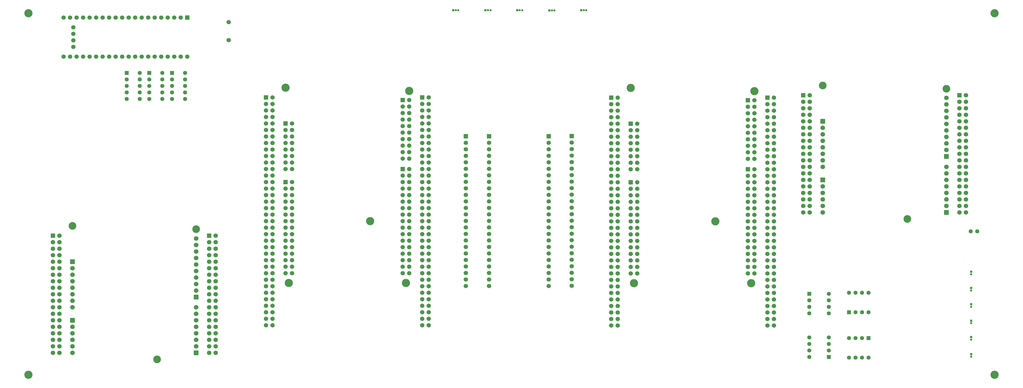
<source format=gbr>
%TF.GenerationSoftware,KiCad,Pcbnew,9.0.2+dfsg-1*%
%TF.CreationDate,2025-06-27T22:52:18-07:00*%
%TF.ProjectId,signalmesh,7369676e-616c-46d6-9573-682e6b696361,rev?*%
%TF.SameCoordinates,Original*%
%TF.FileFunction,Soldermask,Bot*%
%TF.FilePolarity,Negative*%
%FSLAX46Y46*%
G04 Gerber Fmt 4.6, Leading zero omitted, Abs format (unit mm)*
G04 Created by KiCad (PCBNEW 9.0.2+dfsg-1) date 2025-06-27 22:52:18*
%MOMM*%
%LPD*%
G01*
G04 APERTURE LIST*
G04 Aperture macros list*
%AMRoundRect*
0 Rectangle with rounded corners*
0 $1 Rounding radius*
0 $2 $3 $4 $5 $6 $7 $8 $9 X,Y pos of 4 corners*
0 Add a 4 corners polygon primitive as box body*
4,1,4,$2,$3,$4,$5,$6,$7,$8,$9,$2,$3,0*
0 Add four circle primitives for the rounded corners*
1,1,$1+$1,$2,$3*
1,1,$1+$1,$4,$5*
1,1,$1+$1,$6,$7*
1,1,$1+$1,$8,$9*
0 Add four rect primitives between the rounded corners*
20,1,$1+$1,$2,$3,$4,$5,0*
20,1,$1+$1,$4,$5,$6,$7,0*
20,1,$1+$1,$6,$7,$8,$9,0*
20,1,$1+$1,$8,$9,$2,$3,0*%
G04 Aperture macros list end*
%ADD10C,3.200000*%
%ADD11RoundRect,0.102000X-0.754000X-0.754000X0.754000X-0.754000X0.754000X0.754000X-0.754000X0.754000X0*%
%ADD12C,1.712000*%
%ADD13C,3.000000*%
%ADD14RoundRect,0.102000X-0.802500X-0.802500X0.802500X-0.802500X0.802500X0.802500X-0.802500X0.802500X0*%
%ADD15C,1.809000*%
%ADD16RoundRect,0.102000X-0.765000X-0.765000X0.765000X-0.765000X0.765000X0.765000X-0.765000X0.765000X0*%
%ADD17C,1.734000*%
%ADD18R,1.700000X1.700000*%
%ADD19C,1.700000*%
%ADD20R,0.850000X0.850000*%
%ADD21C,0.850000*%
%ADD22R,1.600000X1.600000*%
%ADD23C,1.600000*%
%ADD24RoundRect,0.250000X0.550000X0.550000X-0.550000X0.550000X-0.550000X-0.550000X0.550000X-0.550000X0*%
%ADD25RoundRect,0.250000X-0.550000X-0.550000X0.550000X-0.550000X0.550000X0.550000X-0.550000X0.550000X0*%
%ADD26RoundRect,0.250000X-0.550000X0.550000X-0.550000X-0.550000X0.550000X-0.550000X0.550000X0.550000X0*%
%ADD27RoundRect,0.250000X0.550000X-0.550000X0.550000X0.550000X-0.550000X0.550000X-0.550000X-0.550000X0*%
G04 APERTURE END LIST*
D10*
%TO.C,U17*%
X424000000Y-84070000D03*
X425270000Y-160270000D03*
X457020000Y-136140000D03*
X470990000Y-160270000D03*
X472260000Y-85340000D03*
D11*
X469720000Y-88896000D03*
D12*
X472260000Y-88896000D03*
X469720000Y-91436000D03*
X472260000Y-91436000D03*
X469720000Y-93976000D03*
X472260000Y-93976000D03*
X469720000Y-96516000D03*
X472260000Y-96516000D03*
X469720000Y-99056000D03*
X472260000Y-99056000D03*
X469720000Y-101596000D03*
X472260000Y-101596000D03*
X469720000Y-104136000D03*
X472260000Y-104136000D03*
X469720000Y-106676000D03*
X472260000Y-106676000D03*
X469720000Y-109216000D03*
X472260000Y-109216000D03*
X469720000Y-111756000D03*
X472260000Y-111756000D03*
D11*
X424000000Y-98040000D03*
D12*
X426540000Y-98040000D03*
X424000000Y-100580000D03*
X426540000Y-100580000D03*
X424000000Y-103120000D03*
X426540000Y-103120000D03*
X424000000Y-105660000D03*
X426540000Y-105660000D03*
X424000000Y-108200000D03*
X426540000Y-108200000D03*
X424000000Y-110740000D03*
X426540000Y-110740000D03*
X424000000Y-113280000D03*
X426540000Y-113280000D03*
X424000000Y-115820000D03*
X426540000Y-115820000D03*
D11*
X424000000Y-120900000D03*
D12*
X426540000Y-120900000D03*
X424000000Y-123440000D03*
X426540000Y-123440000D03*
X424000000Y-125980000D03*
X426540000Y-125980000D03*
X424000000Y-128520000D03*
X426540000Y-128520000D03*
X424000000Y-131060000D03*
X426540000Y-131060000D03*
X424000000Y-133600000D03*
X426540000Y-133600000D03*
X424000000Y-136140000D03*
X426540000Y-136140000D03*
X424000000Y-138680000D03*
X426540000Y-138680000D03*
X424000000Y-141220000D03*
X426540000Y-141220000D03*
X424000000Y-143760000D03*
X426540000Y-143760000D03*
X424000000Y-146300000D03*
X426540000Y-146300000D03*
X424000000Y-148840000D03*
X426540000Y-148840000D03*
X424000000Y-151380000D03*
X426540000Y-151380000D03*
X424000000Y-153920000D03*
X426540000Y-153920000D03*
X424000000Y-156460000D03*
X426540000Y-156460000D03*
D11*
X469720000Y-115820000D03*
D12*
X472260000Y-115820000D03*
X469720000Y-118360000D03*
X472260000Y-118360000D03*
X469720000Y-120900000D03*
X472260000Y-120900000D03*
X469720000Y-123440000D03*
X472260000Y-123440000D03*
X469720000Y-125980000D03*
X472260000Y-125980000D03*
X469720000Y-128520000D03*
X472260000Y-128520000D03*
X469720000Y-131060000D03*
X472260000Y-131060000D03*
X469720000Y-133600000D03*
X472260000Y-133600000D03*
X469720000Y-136140000D03*
X472260000Y-136140000D03*
X469720000Y-138680000D03*
X472260000Y-138680000D03*
X469720000Y-141220000D03*
X472260000Y-141220000D03*
X469720000Y-143760000D03*
X472260000Y-143760000D03*
X469720000Y-146300000D03*
X472260000Y-146300000D03*
X469720000Y-148840000D03*
X472260000Y-148840000D03*
X469720000Y-151380000D03*
X472260000Y-151380000D03*
X469720000Y-153920000D03*
X472260000Y-153920000D03*
X469720000Y-156460000D03*
X472260000Y-156460000D03*
D11*
X416380000Y-87880000D03*
D12*
X418920000Y-87880000D03*
X416380000Y-90420000D03*
X418920000Y-90420000D03*
X416380000Y-92960000D03*
X418920000Y-92960000D03*
X416380000Y-95500000D03*
X418920000Y-95500000D03*
X416380000Y-98040000D03*
X418920000Y-98040000D03*
X416380000Y-100580000D03*
X418920000Y-100580000D03*
X416380000Y-103120000D03*
X418920000Y-103120000D03*
X416380000Y-105660000D03*
X418920000Y-105660000D03*
X416380000Y-108200000D03*
X418920000Y-108200000D03*
X416380000Y-110740000D03*
X418920000Y-110740000D03*
X416380000Y-113280000D03*
X418920000Y-113280000D03*
X416380000Y-115820000D03*
X418920000Y-115820000D03*
X416380000Y-118360000D03*
X418920000Y-118360000D03*
X416380000Y-120900000D03*
X418920000Y-120900000D03*
X416380000Y-123440000D03*
X418920000Y-123440000D03*
X416380000Y-125980000D03*
X418920000Y-125980000D03*
X416380000Y-128520000D03*
X418920000Y-128520000D03*
X416380000Y-131060000D03*
X418920000Y-131060000D03*
X416380000Y-133600000D03*
X418920000Y-133600000D03*
X416380000Y-136140000D03*
X418920000Y-136140000D03*
X416380000Y-138680000D03*
X418920000Y-138680000D03*
X416380000Y-141220000D03*
X418920000Y-141220000D03*
X416380000Y-143760000D03*
X418920000Y-143760000D03*
X416380000Y-146300000D03*
X418920000Y-146300000D03*
X416380000Y-148840000D03*
X418920000Y-148840000D03*
X416380000Y-151380000D03*
X418920000Y-151380000D03*
X416380000Y-153920000D03*
X418920000Y-153920000D03*
X416380000Y-156460000D03*
X418920000Y-156460000D03*
X416380000Y-159000000D03*
X418920000Y-159000000D03*
X416380000Y-161540000D03*
X418920000Y-161540000D03*
X416380000Y-164080000D03*
X418920000Y-164080000D03*
X416380000Y-166620000D03*
X418920000Y-166620000D03*
X416380000Y-169160000D03*
X418920000Y-169160000D03*
X416380000Y-171700000D03*
X418920000Y-171700000D03*
X416380000Y-174240000D03*
X418920000Y-174240000D03*
X416380000Y-176780000D03*
X418920000Y-176780000D03*
D11*
X477340000Y-87900000D03*
D12*
X479880000Y-87900000D03*
X477340000Y-90440000D03*
X479880000Y-90440000D03*
X477340000Y-92980000D03*
X479880000Y-92980000D03*
X477340000Y-95520000D03*
X479880000Y-95520000D03*
X477340000Y-98060000D03*
X479880000Y-98060000D03*
X477340000Y-100600000D03*
X479880000Y-100600000D03*
X477340000Y-103140000D03*
X479880000Y-103140000D03*
X477340000Y-105680000D03*
X479880000Y-105680000D03*
X477340000Y-108220000D03*
X479880000Y-108220000D03*
X477340000Y-110760000D03*
X479880000Y-110760000D03*
X477340000Y-113300000D03*
X479880000Y-113300000D03*
X477340000Y-115840000D03*
X479880000Y-115840000D03*
X477340000Y-118380000D03*
X479880000Y-118380000D03*
X477340000Y-120920000D03*
X479880000Y-120920000D03*
X477340000Y-123460000D03*
X479880000Y-123460000D03*
X477340000Y-126000000D03*
X479880000Y-126000000D03*
X477340000Y-128540000D03*
X479880000Y-128540000D03*
X477340000Y-131080000D03*
X479880000Y-131080000D03*
X477340000Y-133620000D03*
X479880000Y-133620000D03*
X477340000Y-136160000D03*
X479880000Y-136160000D03*
X477340000Y-138700000D03*
X479880000Y-138700000D03*
X477340000Y-141240000D03*
X479880000Y-141240000D03*
X477340000Y-143780000D03*
X479880000Y-143780000D03*
X477340000Y-146320000D03*
X479880000Y-146320000D03*
X477340000Y-148860000D03*
X479880000Y-148860000D03*
X477340000Y-151400000D03*
X479880000Y-151400000D03*
X477340000Y-153940000D03*
X479880000Y-153940000D03*
X477340000Y-156480000D03*
X479880000Y-156480000D03*
X477340000Y-159020000D03*
X479880000Y-159020000D03*
X477340000Y-161560000D03*
X479880000Y-161560000D03*
X477340000Y-164100000D03*
X479880000Y-164100000D03*
X477340000Y-166640000D03*
X479880000Y-166640000D03*
X477340000Y-169180000D03*
X479880000Y-169180000D03*
X477340000Y-171720000D03*
X479880000Y-171720000D03*
X477340000Y-174260000D03*
X479880000Y-174260000D03*
X477340000Y-176800000D03*
X479880000Y-176800000D03*
%TD*%
D13*
%TO.C,U9*%
X498980000Y-83190000D03*
X532000000Y-135260000D03*
X547240000Y-84460000D03*
D14*
X547240000Y-110880000D03*
D15*
X547240000Y-108340000D03*
X547240000Y-105800000D03*
X547240000Y-103260000D03*
X547240000Y-100720000D03*
X547240000Y-98180000D03*
X547240000Y-95640000D03*
X547240000Y-93100000D03*
X547240000Y-90560000D03*
X547240000Y-88020000D03*
D14*
X498980000Y-97160000D03*
D15*
X498980000Y-99700000D03*
X498980000Y-102240000D03*
X498980000Y-104780000D03*
X498980000Y-107320000D03*
X498980000Y-109860000D03*
X498980000Y-112400000D03*
X498980000Y-114940000D03*
D16*
X491360000Y-87000000D03*
D17*
X493900000Y-87000000D03*
X491360000Y-89540000D03*
X493900000Y-89540000D03*
X491360000Y-92080000D03*
X493900000Y-92080000D03*
X491360000Y-94620000D03*
X493900000Y-94620000D03*
X491360000Y-97160000D03*
X493900000Y-97160000D03*
X491360000Y-99700000D03*
X493900000Y-99700000D03*
X491360000Y-102240000D03*
X493900000Y-102240000D03*
X491360000Y-104780000D03*
X493900000Y-104780000D03*
X491360000Y-107320000D03*
X493900000Y-107320000D03*
X491360000Y-109860000D03*
X493900000Y-109860000D03*
X491360000Y-112400000D03*
X493900000Y-112400000D03*
X491360000Y-114940000D03*
X493900000Y-114940000D03*
X491360000Y-117480000D03*
X493900000Y-117480000D03*
X491360000Y-120020000D03*
X493900000Y-120020000D03*
X491360000Y-122560000D03*
X493900000Y-122560000D03*
X491360000Y-125100000D03*
X493900000Y-125100000D03*
X491360000Y-127640000D03*
X493900000Y-127640000D03*
X491360000Y-130180000D03*
X493900000Y-130180000D03*
X491360000Y-132720000D03*
X493900000Y-132720000D03*
D14*
X498980000Y-120020000D03*
D15*
X498980000Y-122560000D03*
X498980000Y-125100000D03*
X498980000Y-127640000D03*
X498980000Y-130180000D03*
X498980000Y-132720000D03*
D14*
X547240000Y-132720000D03*
D15*
X547240000Y-130180000D03*
X547240000Y-127640000D03*
X547240000Y-125100000D03*
X547240000Y-122560000D03*
X547240000Y-120020000D03*
X547240000Y-117480000D03*
X547240000Y-114940000D03*
D16*
X552320000Y-87000000D03*
D17*
X554860000Y-87000000D03*
X552320000Y-89540000D03*
X554860000Y-89540000D03*
X552320000Y-92080000D03*
X554860000Y-92080000D03*
X552320000Y-94620000D03*
X554860000Y-94620000D03*
X552320000Y-97160000D03*
X554860000Y-97160000D03*
X552320000Y-99700000D03*
X554860000Y-99700000D03*
X552320000Y-102240000D03*
X554860000Y-102240000D03*
X552320000Y-104780000D03*
X554860000Y-104780000D03*
X552320000Y-107320000D03*
X554860000Y-107320000D03*
X552320000Y-109860000D03*
X554860000Y-109860000D03*
X552320000Y-112400000D03*
X554860000Y-112400000D03*
X552320000Y-114940000D03*
X554860000Y-114940000D03*
X552320000Y-117480000D03*
X554860000Y-117480000D03*
X552320000Y-120020000D03*
X554860000Y-120020000D03*
X552320000Y-122560000D03*
X554860000Y-122560000D03*
X552320000Y-125100000D03*
X554860000Y-125100000D03*
X552320000Y-127640000D03*
X554860000Y-127640000D03*
X552320000Y-130180000D03*
X554860000Y-130180000D03*
X552320000Y-132720000D03*
X554860000Y-132720000D03*
%TD*%
D18*
%TO.C,U4*%
X251000000Y-56660000D03*
D19*
X248460000Y-56660000D03*
X245920000Y-56660000D03*
X243380000Y-56660000D03*
X240840000Y-56660000D03*
X238300000Y-56660000D03*
X235760000Y-56660000D03*
X233220000Y-56660000D03*
X230680000Y-56660000D03*
X228140000Y-56660000D03*
X225600000Y-56660000D03*
X223060000Y-56660000D03*
X220520000Y-56660000D03*
X217980000Y-56660000D03*
X215440000Y-56660000D03*
X212900000Y-56660000D03*
X210360000Y-56660000D03*
X207820000Y-56660000D03*
X205280000Y-56660000D03*
X202740000Y-56660000D03*
X202740000Y-71900000D03*
X205280000Y-71900000D03*
X207820000Y-71900000D03*
X210360000Y-71900000D03*
X212900000Y-71900000D03*
X215440000Y-71900000D03*
X217980000Y-71900000D03*
X220520000Y-71900000D03*
X223060000Y-71900000D03*
X225600000Y-71900000D03*
X228140000Y-71900000D03*
X230680000Y-71900000D03*
X233220000Y-71900000D03*
X235760000Y-71900000D03*
X238300000Y-71900000D03*
X240840000Y-71900000D03*
X243380000Y-71900000D03*
X245920000Y-71900000D03*
X248460000Y-71900000D03*
X251000000Y-71900000D03*
X206551000Y-68092000D03*
X206551000Y-65552000D03*
X206551000Y-63012000D03*
X206551000Y-60472000D03*
%TD*%
D13*
%TO.C,U3*%
X206200000Y-138000000D03*
X239220000Y-190070000D03*
X254460000Y-139270000D03*
D14*
X254460000Y-165690000D03*
D15*
X254460000Y-163150000D03*
X254460000Y-160610000D03*
X254460000Y-158070000D03*
X254460000Y-155530000D03*
X254460000Y-152990000D03*
X254460000Y-150450000D03*
X254460000Y-147910000D03*
X254460000Y-145370000D03*
X254460000Y-142830000D03*
D14*
X206200000Y-151970000D03*
D15*
X206200000Y-154510000D03*
X206200000Y-157050000D03*
X206200000Y-159590000D03*
X206200000Y-162130000D03*
X206200000Y-164670000D03*
X206200000Y-167210000D03*
X206200000Y-169750000D03*
D16*
X198580000Y-141810000D03*
D17*
X201120000Y-141810000D03*
X198580000Y-144350000D03*
X201120000Y-144350000D03*
X198580000Y-146890000D03*
X201120000Y-146890000D03*
X198580000Y-149430000D03*
X201120000Y-149430000D03*
X198580000Y-151970000D03*
X201120000Y-151970000D03*
X198580000Y-154510000D03*
X201120000Y-154510000D03*
X198580000Y-157050000D03*
X201120000Y-157050000D03*
X198580000Y-159590000D03*
X201120000Y-159590000D03*
X198580000Y-162130000D03*
X201120000Y-162130000D03*
X198580000Y-164670000D03*
X201120000Y-164670000D03*
X198580000Y-167210000D03*
X201120000Y-167210000D03*
X198580000Y-169750000D03*
X201120000Y-169750000D03*
X198580000Y-172290000D03*
X201120000Y-172290000D03*
X198580000Y-174830000D03*
X201120000Y-174830000D03*
X198580000Y-177370000D03*
X201120000Y-177370000D03*
X198580000Y-179910000D03*
X201120000Y-179910000D03*
X198580000Y-182450000D03*
X201120000Y-182450000D03*
X198580000Y-184990000D03*
X201120000Y-184990000D03*
X198580000Y-187530000D03*
X201120000Y-187530000D03*
D14*
X206200000Y-174830000D03*
D15*
X206200000Y-177370000D03*
X206200000Y-179910000D03*
X206200000Y-182450000D03*
X206200000Y-184990000D03*
X206200000Y-187530000D03*
D14*
X254460000Y-187530000D03*
D15*
X254460000Y-184990000D03*
X254460000Y-182450000D03*
X254460000Y-179910000D03*
X254460000Y-177370000D03*
X254460000Y-174830000D03*
X254460000Y-172290000D03*
X254460000Y-169750000D03*
D16*
X259540000Y-141810000D03*
D17*
X262080000Y-141810000D03*
X259540000Y-144350000D03*
X262080000Y-144350000D03*
X259540000Y-146890000D03*
X262080000Y-146890000D03*
X259540000Y-149430000D03*
X262080000Y-149430000D03*
X259540000Y-151970000D03*
X262080000Y-151970000D03*
X259540000Y-154510000D03*
X262080000Y-154510000D03*
X259540000Y-157050000D03*
X262080000Y-157050000D03*
X259540000Y-159590000D03*
X262080000Y-159590000D03*
X259540000Y-162130000D03*
X262080000Y-162130000D03*
X259540000Y-164670000D03*
X262080000Y-164670000D03*
X259540000Y-167210000D03*
X262080000Y-167210000D03*
X259540000Y-169750000D03*
X262080000Y-169750000D03*
X259540000Y-172290000D03*
X262080000Y-172290000D03*
X259540000Y-174830000D03*
X262080000Y-174830000D03*
X259540000Y-177370000D03*
X262080000Y-177370000D03*
X259540000Y-179910000D03*
X262080000Y-179910000D03*
X259540000Y-182450000D03*
X262080000Y-182450000D03*
X259540000Y-184990000D03*
X262080000Y-184990000D03*
X259540000Y-187530000D03*
X262080000Y-187530000D03*
%TD*%
D10*
%TO.C,U1*%
X289280000Y-84000000D03*
X290550000Y-160200000D03*
X322300000Y-136070000D03*
X336270000Y-160200000D03*
X337540000Y-85270000D03*
D11*
X335000000Y-88826000D03*
D12*
X337540000Y-88826000D03*
X335000000Y-91366000D03*
X337540000Y-91366000D03*
X335000000Y-93906000D03*
X337540000Y-93906000D03*
X335000000Y-96446000D03*
X337540000Y-96446000D03*
X335000000Y-98986000D03*
X337540000Y-98986000D03*
X335000000Y-101526000D03*
X337540000Y-101526000D03*
X335000000Y-104066000D03*
X337540000Y-104066000D03*
X335000000Y-106606000D03*
X337540000Y-106606000D03*
X335000000Y-109146000D03*
X337540000Y-109146000D03*
X335000000Y-111686000D03*
X337540000Y-111686000D03*
D11*
X289280000Y-97970000D03*
D12*
X291820000Y-97970000D03*
X289280000Y-100510000D03*
X291820000Y-100510000D03*
X289280000Y-103050000D03*
X291820000Y-103050000D03*
X289280000Y-105590000D03*
X291820000Y-105590000D03*
X289280000Y-108130000D03*
X291820000Y-108130000D03*
X289280000Y-110670000D03*
X291820000Y-110670000D03*
X289280000Y-113210000D03*
X291820000Y-113210000D03*
X289280000Y-115750000D03*
X291820000Y-115750000D03*
D11*
X289280000Y-120830000D03*
D12*
X291820000Y-120830000D03*
X289280000Y-123370000D03*
X291820000Y-123370000D03*
X289280000Y-125910000D03*
X291820000Y-125910000D03*
X289280000Y-128450000D03*
X291820000Y-128450000D03*
X289280000Y-130990000D03*
X291820000Y-130990000D03*
X289280000Y-133530000D03*
X291820000Y-133530000D03*
X289280000Y-136070000D03*
X291820000Y-136070000D03*
X289280000Y-138610000D03*
X291820000Y-138610000D03*
X289280000Y-141150000D03*
X291820000Y-141150000D03*
X289280000Y-143690000D03*
X291820000Y-143690000D03*
X289280000Y-146230000D03*
X291820000Y-146230000D03*
X289280000Y-148770000D03*
X291820000Y-148770000D03*
X289280000Y-151310000D03*
X291820000Y-151310000D03*
X289280000Y-153850000D03*
X291820000Y-153850000D03*
X289280000Y-156390000D03*
X291820000Y-156390000D03*
D11*
X335000000Y-115750000D03*
D12*
X337540000Y-115750000D03*
X335000000Y-118290000D03*
X337540000Y-118290000D03*
X335000000Y-120830000D03*
X337540000Y-120830000D03*
X335000000Y-123370000D03*
X337540000Y-123370000D03*
X335000000Y-125910000D03*
X337540000Y-125910000D03*
X335000000Y-128450000D03*
X337540000Y-128450000D03*
X335000000Y-130990000D03*
X337540000Y-130990000D03*
X335000000Y-133530000D03*
X337540000Y-133530000D03*
X335000000Y-136070000D03*
X337540000Y-136070000D03*
X335000000Y-138610000D03*
X337540000Y-138610000D03*
X335000000Y-141150000D03*
X337540000Y-141150000D03*
X335000000Y-143690000D03*
X337540000Y-143690000D03*
X335000000Y-146230000D03*
X337540000Y-146230000D03*
X335000000Y-148770000D03*
X337540000Y-148770000D03*
X335000000Y-151310000D03*
X337540000Y-151310000D03*
X335000000Y-153850000D03*
X337540000Y-153850000D03*
X335000000Y-156390000D03*
X337540000Y-156390000D03*
D11*
X281660000Y-87810000D03*
D12*
X284200000Y-87810000D03*
X281660000Y-90350000D03*
X284200000Y-90350000D03*
X281660000Y-92890000D03*
X284200000Y-92890000D03*
X281660000Y-95430000D03*
X284200000Y-95430000D03*
X281660000Y-97970000D03*
X284200000Y-97970000D03*
X281660000Y-100510000D03*
X284200000Y-100510000D03*
X281660000Y-103050000D03*
X284200000Y-103050000D03*
X281660000Y-105590000D03*
X284200000Y-105590000D03*
X281660000Y-108130000D03*
X284200000Y-108130000D03*
X281660000Y-110670000D03*
X284200000Y-110670000D03*
X281660000Y-113210000D03*
X284200000Y-113210000D03*
X281660000Y-115750000D03*
X284200000Y-115750000D03*
X281660000Y-118290000D03*
X284200000Y-118290000D03*
X281660000Y-120830000D03*
X284200000Y-120830000D03*
X281660000Y-123370000D03*
X284200000Y-123370000D03*
X281660000Y-125910000D03*
X284200000Y-125910000D03*
X281660000Y-128450000D03*
X284200000Y-128450000D03*
X281660000Y-130990000D03*
X284200000Y-130990000D03*
X281660000Y-133530000D03*
X284200000Y-133530000D03*
X281660000Y-136070000D03*
X284200000Y-136070000D03*
X281660000Y-138610000D03*
X284200000Y-138610000D03*
X281660000Y-141150000D03*
X284200000Y-141150000D03*
X281660000Y-143690000D03*
X284200000Y-143690000D03*
X281660000Y-146230000D03*
X284200000Y-146230000D03*
X281660000Y-148770000D03*
X284200000Y-148770000D03*
X281660000Y-151310000D03*
X284200000Y-151310000D03*
X281660000Y-153850000D03*
X284200000Y-153850000D03*
X281660000Y-156390000D03*
X284200000Y-156390000D03*
X281660000Y-158930000D03*
X284200000Y-158930000D03*
X281660000Y-161470000D03*
X284200000Y-161470000D03*
X281660000Y-164010000D03*
X284200000Y-164010000D03*
X281660000Y-166550000D03*
X284200000Y-166550000D03*
X281660000Y-169090000D03*
X284200000Y-169090000D03*
X281660000Y-171630000D03*
X284200000Y-171630000D03*
X281660000Y-174170000D03*
X284200000Y-174170000D03*
X281660000Y-176710000D03*
X284200000Y-176710000D03*
D11*
X342620000Y-87830000D03*
D12*
X345160000Y-87830000D03*
X342620000Y-90370000D03*
X345160000Y-90370000D03*
X342620000Y-92910000D03*
X345160000Y-92910000D03*
X342620000Y-95450000D03*
X345160000Y-95450000D03*
X342620000Y-97990000D03*
X345160000Y-97990000D03*
X342620000Y-100530000D03*
X345160000Y-100530000D03*
X342620000Y-103070000D03*
X345160000Y-103070000D03*
X342620000Y-105610000D03*
X345160000Y-105610000D03*
X342620000Y-108150000D03*
X345160000Y-108150000D03*
X342620000Y-110690000D03*
X345160000Y-110690000D03*
X342620000Y-113230000D03*
X345160000Y-113230000D03*
X342620000Y-115770000D03*
X345160000Y-115770000D03*
X342620000Y-118310000D03*
X345160000Y-118310000D03*
X342620000Y-120850000D03*
X345160000Y-120850000D03*
X342620000Y-123390000D03*
X345160000Y-123390000D03*
X342620000Y-125930000D03*
X345160000Y-125930000D03*
X342620000Y-128470000D03*
X345160000Y-128470000D03*
X342620000Y-131010000D03*
X345160000Y-131010000D03*
X342620000Y-133550000D03*
X345160000Y-133550000D03*
X342620000Y-136090000D03*
X345160000Y-136090000D03*
X342620000Y-138630000D03*
X345160000Y-138630000D03*
X342620000Y-141170000D03*
X345160000Y-141170000D03*
X342620000Y-143710000D03*
X345160000Y-143710000D03*
X342620000Y-146250000D03*
X345160000Y-146250000D03*
X342620000Y-148790000D03*
X345160000Y-148790000D03*
X342620000Y-151330000D03*
X345160000Y-151330000D03*
X342620000Y-153870000D03*
X345160000Y-153870000D03*
X342620000Y-156410000D03*
X345160000Y-156410000D03*
X342620000Y-158950000D03*
X345160000Y-158950000D03*
X342620000Y-161490000D03*
X345160000Y-161490000D03*
X342620000Y-164030000D03*
X345160000Y-164030000D03*
X342620000Y-166570000D03*
X345160000Y-166570000D03*
X342620000Y-169110000D03*
X345160000Y-169110000D03*
X342620000Y-171650000D03*
X345160000Y-171650000D03*
X342620000Y-174190000D03*
X345160000Y-174190000D03*
X342620000Y-176730000D03*
X345160000Y-176730000D03*
%TD*%
D19*
%TO.C,J19*%
X267100000Y-58500000D03*
X267100000Y-65500000D03*
%TD*%
D10*
%TO.C,H6*%
X566000000Y-196000000D03*
%TD*%
%TO.C,H5*%
X566000000Y-55000000D03*
%TD*%
%TO.C,H2*%
X189000000Y-55000000D03*
%TD*%
%TO.C,H1*%
X189000000Y-196000000D03*
%TD*%
D20*
%TO.C,J15*%
X556825000Y-188000000D03*
D21*
X556825000Y-189000000D03*
%TD*%
D22*
%TO.C,U18*%
X227350000Y-78250000D03*
D23*
X227350000Y-80790000D03*
X227350000Y-83330000D03*
X227350000Y-85870000D03*
X227350000Y-88410000D03*
X232430000Y-88410000D03*
X232430000Y-85870000D03*
X232430000Y-83330000D03*
X232430000Y-80790000D03*
X232430000Y-78250000D03*
%TD*%
D24*
%TO.C,U27*%
X501300000Y-189120000D03*
D23*
X501300000Y-186580000D03*
X501300000Y-184040000D03*
X501300000Y-181500000D03*
X493680000Y-181500000D03*
X493680000Y-184040000D03*
X493680000Y-186580000D03*
X493680000Y-189120000D03*
%TD*%
D22*
%TO.C,U19*%
X236170000Y-78250000D03*
D23*
X236170000Y-80790000D03*
X236170000Y-83330000D03*
X236170000Y-85870000D03*
X236170000Y-88410000D03*
X241250000Y-88410000D03*
X241250000Y-85870000D03*
X241250000Y-83330000D03*
X241250000Y-80790000D03*
X241250000Y-78250000D03*
%TD*%
D20*
%TO.C,J4*%
X404700000Y-53800000D03*
D21*
X405700000Y-53800000D03*
X406700000Y-53800000D03*
%TD*%
D18*
%TO.C,J9*%
X401010000Y-102940000D03*
D19*
X401010000Y-105480000D03*
X401010000Y-108020000D03*
X401010000Y-110560000D03*
X401010000Y-113100000D03*
X401010000Y-115640000D03*
X401010000Y-118180000D03*
X401010000Y-120720000D03*
X401010000Y-123260000D03*
X401010000Y-125800000D03*
X401010000Y-128340000D03*
X401010000Y-130880000D03*
X401010000Y-133420000D03*
X401010000Y-135960000D03*
X401010000Y-138500000D03*
X401010000Y-141040000D03*
X401010000Y-143580000D03*
X401010000Y-146120000D03*
X401010000Y-148660000D03*
X401010000Y-151200000D03*
X401010000Y-153740000D03*
X401010000Y-156280000D03*
X401010000Y-158820000D03*
X401010000Y-161360000D03*
%TD*%
D23*
%TO.C,TH1*%
X556660000Y-140100000D03*
X559200000Y-140100000D03*
%TD*%
D22*
%TO.C,U2*%
X245000000Y-78250000D03*
D23*
X245000000Y-80790000D03*
X245000000Y-83330000D03*
X245000000Y-85870000D03*
X245000000Y-88410000D03*
X250080000Y-88410000D03*
X250080000Y-85870000D03*
X250080000Y-83330000D03*
X250080000Y-80790000D03*
X250080000Y-78250000D03*
%TD*%
D18*
%TO.C,J1*%
X368700000Y-102980000D03*
D19*
X368700000Y-105520000D03*
X368700000Y-108060000D03*
X368700000Y-110600000D03*
X368700000Y-113140000D03*
X368700000Y-115680000D03*
X368700000Y-118220000D03*
X368700000Y-120760000D03*
X368700000Y-123300000D03*
X368700000Y-125840000D03*
X368700000Y-128380000D03*
X368700000Y-130920000D03*
X368700000Y-133460000D03*
X368700000Y-136000000D03*
X368700000Y-138540000D03*
X368700000Y-141080000D03*
X368700000Y-143620000D03*
X368700000Y-146160000D03*
X368700000Y-148700000D03*
X368700000Y-151240000D03*
X368700000Y-153780000D03*
X368700000Y-156320000D03*
X368700000Y-158860000D03*
X368700000Y-161400000D03*
%TD*%
D18*
%TO.C,J8*%
X359700000Y-102980000D03*
D19*
X359700000Y-105520000D03*
X359700000Y-108060000D03*
X359700000Y-110600000D03*
X359700000Y-113140000D03*
X359700000Y-115680000D03*
X359700000Y-118220000D03*
X359700000Y-120760000D03*
X359700000Y-123300000D03*
X359700000Y-125840000D03*
X359700000Y-128380000D03*
X359700000Y-130920000D03*
X359700000Y-133460000D03*
X359700000Y-136000000D03*
X359700000Y-138540000D03*
X359700000Y-141080000D03*
X359700000Y-143620000D03*
X359700000Y-146160000D03*
X359700000Y-148700000D03*
X359700000Y-151240000D03*
X359700000Y-153780000D03*
X359700000Y-156320000D03*
X359700000Y-158860000D03*
X359700000Y-161400000D03*
%TD*%
D25*
%TO.C,U29*%
X493690000Y-164420000D03*
D23*
X493690000Y-166960000D03*
X493690000Y-169500000D03*
X493690000Y-172040000D03*
X501310000Y-172040000D03*
X501310000Y-169500000D03*
X501310000Y-166960000D03*
X501310000Y-164420000D03*
%TD*%
D18*
%TO.C,J2*%
X392010000Y-102980000D03*
D19*
X392010000Y-105520000D03*
X392010000Y-108060000D03*
X392010000Y-110600000D03*
X392010000Y-113140000D03*
X392010000Y-115680000D03*
X392010000Y-118220000D03*
X392010000Y-120760000D03*
X392010000Y-123300000D03*
X392010000Y-125840000D03*
X392010000Y-128380000D03*
X392010000Y-130920000D03*
X392010000Y-133460000D03*
X392010000Y-136000000D03*
X392010000Y-138540000D03*
X392010000Y-141080000D03*
X392010000Y-143620000D03*
X392010000Y-146160000D03*
X392010000Y-148700000D03*
X392010000Y-151240000D03*
X392010000Y-153780000D03*
X392010000Y-156320000D03*
X392010000Y-158860000D03*
X392010000Y-161400000D03*
%TD*%
D20*
%TO.C,J14*%
X367300000Y-53800000D03*
D21*
X368300000Y-53800000D03*
X369300000Y-53800000D03*
%TD*%
D20*
%TO.C,J11*%
X556825000Y-181305000D03*
D21*
X556825000Y-182305000D03*
%TD*%
D20*
%TO.C,J16*%
X392250000Y-53875000D03*
D21*
X393250000Y-53875000D03*
X394250000Y-53875000D03*
%TD*%
D20*
%TO.C,J6*%
X556825000Y-162180000D03*
D21*
X556825000Y-163180000D03*
%TD*%
D20*
%TO.C,J10*%
X556825000Y-174930000D03*
D21*
X556825000Y-175930000D03*
%TD*%
D20*
%TO.C,J12*%
X379700000Y-53800000D03*
D21*
X380700000Y-53800000D03*
X381700000Y-53800000D03*
%TD*%
D20*
%TO.C,J13*%
X354750000Y-53800000D03*
D21*
X355750000Y-53800000D03*
X356750000Y-53800000D03*
%TD*%
D26*
%TO.C,U31*%
X516800000Y-181700000D03*
D23*
X514260000Y-181700000D03*
X511720000Y-181700000D03*
X509180000Y-181700000D03*
X509180000Y-189320000D03*
X511720000Y-189320000D03*
X514260000Y-189320000D03*
X516800000Y-189320000D03*
%TD*%
D20*
%TO.C,J5*%
X556825000Y-155805000D03*
D21*
X556825000Y-156805000D03*
%TD*%
D27*
%TO.C,U30*%
X509180000Y-171620000D03*
D23*
X511720000Y-171620000D03*
X514260000Y-171620000D03*
X516800000Y-171620000D03*
X516800000Y-164000000D03*
X514260000Y-164000000D03*
X511720000Y-164000000D03*
X509180000Y-164000000D03*
%TD*%
D20*
%TO.C,J7*%
X556825000Y-168555000D03*
D21*
X556825000Y-169555000D03*
%TD*%
M02*

</source>
